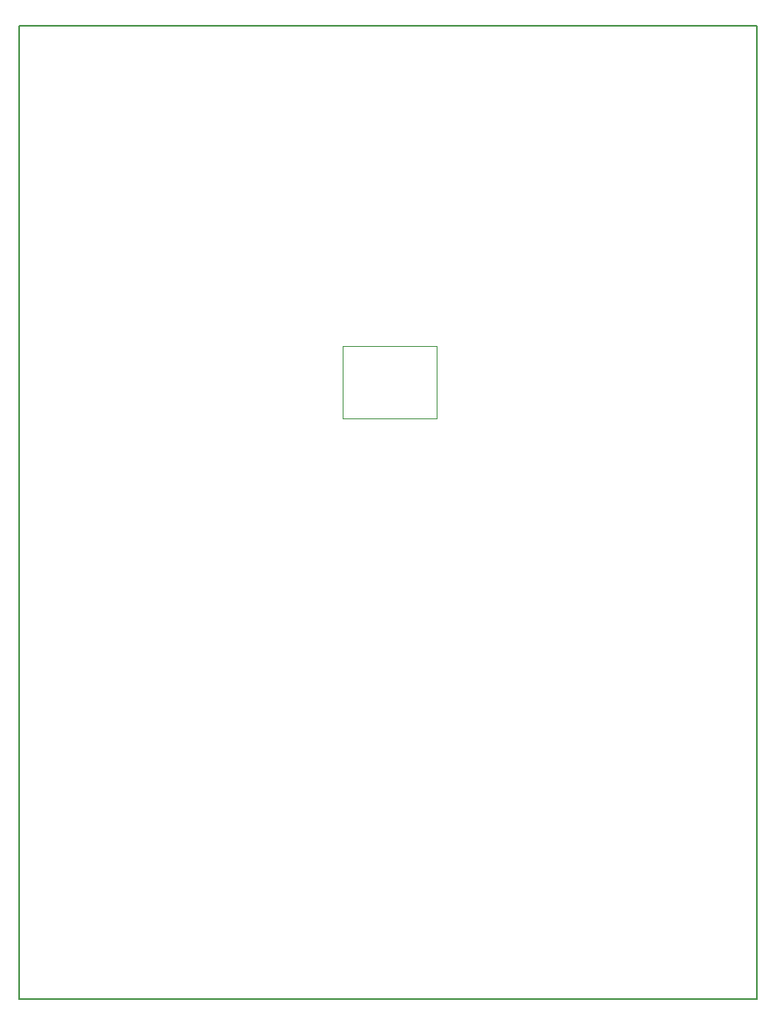
<source format=gm1>
%TF.GenerationSoftware,KiCad,Pcbnew,(6.0.7)*%
%TF.CreationDate,2022-10-30T14:33:08-06:00*%
%TF.ProjectId,attiny_rfid_light,61747469-6e79-45f7-9266-69645f6c6967,rev?*%
%TF.SameCoordinates,Original*%
%TF.FileFunction,Profile,NP*%
%FSLAX46Y46*%
G04 Gerber Fmt 4.6, Leading zero omitted, Abs format (unit mm)*
G04 Created by KiCad (PCBNEW (6.0.7)) date 2022-10-30 14:33:08*
%MOMM*%
%LPD*%
G01*
G04 APERTURE LIST*
%TA.AperFunction,Profile*%
%ADD10C,0.100000*%
%TD*%
%TA.AperFunction,Profile*%
%ADD11C,0.200000*%
%TD*%
G04 APERTURE END LIST*
D10*
X98729823Y-88631514D02*
X108352615Y-88631514D01*
X108352615Y-95983760D02*
X98729823Y-95983760D01*
X98729823Y-95983760D02*
X98729823Y-88631514D01*
D11*
X65850777Y-55956309D02*
X140882618Y-55956309D01*
X140882618Y-55956309D02*
X140882618Y-155016309D01*
X140882618Y-155016309D02*
X65850777Y-155016309D01*
X65850777Y-155016309D02*
X65850777Y-55956309D01*
D10*
X108352615Y-88631514D02*
X108352615Y-95983760D01*
M02*

</source>
